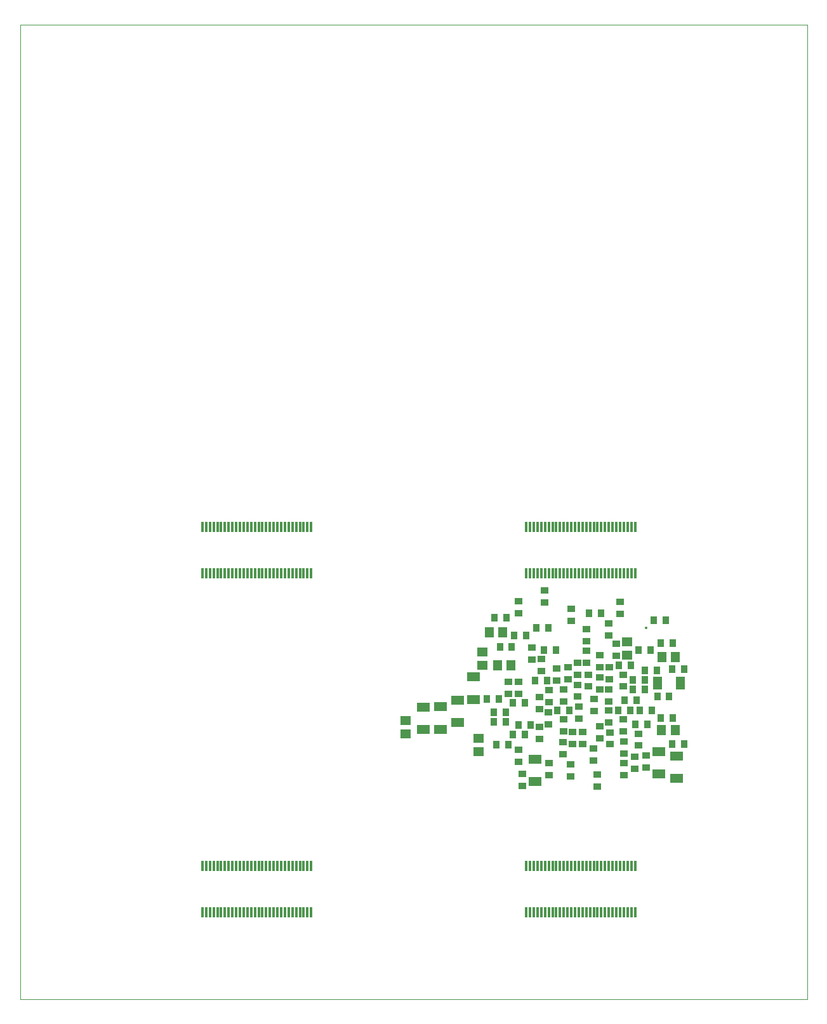
<source format=gbp>
G04 Layer_Color=128*
%FSLAX43Y43*%
%MOMM*%
G71*
G01*
G75*
%ADD10C,0.100*%
%ADD16R,1.000X0.950*%
%ADD17R,0.950X1.000*%
%ADD47C,0.300*%
%ADD63R,0.305X1.448*%
%ADD64R,1.150X1.450*%
%ADD65R,1.450X1.150*%
%ADD66R,1.800X1.150*%
%ADD67R,1.150X1.800*%
D10*
X95000Y-10000D02*
Y120000D01*
X-10000D02*
X95000D01*
X-10000Y-10000D02*
Y120000D01*
Y-10000D02*
X95000D01*
D16*
X73525Y22500D02*
D03*
Y20900D02*
D03*
X72525Y25425D02*
D03*
Y23825D02*
D03*
X69500Y35775D02*
D03*
Y37375D02*
D03*
X60000Y42950D02*
D03*
Y44550D02*
D03*
X70000Y43025D02*
D03*
Y41425D02*
D03*
X63500Y40500D02*
D03*
Y42100D02*
D03*
X68500Y38500D02*
D03*
Y40100D02*
D03*
X60525Y21500D02*
D03*
Y19900D02*
D03*
X57000Y20025D02*
D03*
Y18425D02*
D03*
X70525Y21500D02*
D03*
Y19900D02*
D03*
X67025Y19975D02*
D03*
Y18375D02*
D03*
X63475Y21350D02*
D03*
Y19750D02*
D03*
X66500Y23425D02*
D03*
Y21825D02*
D03*
X59550Y33750D02*
D03*
Y35350D02*
D03*
X58275Y35325D02*
D03*
Y36925D02*
D03*
X56475Y41500D02*
D03*
Y43100D02*
D03*
X65525Y37750D02*
D03*
Y39350D02*
D03*
X59300Y26300D02*
D03*
Y24700D02*
D03*
X59275Y28675D02*
D03*
Y30275D02*
D03*
X56500Y30700D02*
D03*
Y32300D02*
D03*
X56500Y23300D02*
D03*
Y21700D02*
D03*
X55175Y30700D02*
D03*
Y32300D02*
D03*
X67300Y31350D02*
D03*
Y32950D02*
D03*
X65800Y31700D02*
D03*
Y33300D02*
D03*
X70500Y31700D02*
D03*
Y33300D02*
D03*
X60525Y29600D02*
D03*
Y31200D02*
D03*
X66550Y28450D02*
D03*
Y30050D02*
D03*
X64375Y31950D02*
D03*
Y30350D02*
D03*
X62500Y29700D02*
D03*
Y31300D02*
D03*
X62425Y24275D02*
D03*
Y22675D02*
D03*
X68675Y25600D02*
D03*
Y24000D02*
D03*
X65050Y25675D02*
D03*
Y24075D02*
D03*
X68550Y26925D02*
D03*
Y28525D02*
D03*
X60475Y26700D02*
D03*
Y28300D02*
D03*
X70525Y24350D02*
D03*
Y22750D02*
D03*
X72000Y22300D02*
D03*
Y20700D02*
D03*
X64350Y33250D02*
D03*
Y34850D02*
D03*
X67300Y26375D02*
D03*
Y24775D02*
D03*
X70500Y27350D02*
D03*
Y25750D02*
D03*
X64575Y27425D02*
D03*
Y29025D02*
D03*
X63700Y25650D02*
D03*
Y24050D02*
D03*
X62500Y27300D02*
D03*
Y25700D02*
D03*
X65575Y34875D02*
D03*
Y36475D02*
D03*
X68500Y29700D02*
D03*
Y31300D02*
D03*
X68575Y32675D02*
D03*
Y34275D02*
D03*
X61575Y32500D02*
D03*
Y34100D02*
D03*
X63100Y32700D02*
D03*
Y34300D02*
D03*
X67350Y34250D02*
D03*
Y35850D02*
D03*
D17*
X77025Y24000D02*
D03*
X78625D02*
D03*
X73350Y33825D02*
D03*
X74950D02*
D03*
X75475Y27525D02*
D03*
X77075D02*
D03*
X72500Y36525D02*
D03*
X74100D02*
D03*
X75000Y30400D02*
D03*
X76600D02*
D03*
X60500Y39500D02*
D03*
X58900D02*
D03*
X57475Y38500D02*
D03*
X55875D02*
D03*
X67500Y41500D02*
D03*
X65900D02*
D03*
X71750Y32550D02*
D03*
X73350D02*
D03*
X74525Y40525D02*
D03*
X76125D02*
D03*
X75500Y37500D02*
D03*
X77100D02*
D03*
X76975Y34025D02*
D03*
X78575D02*
D03*
X54000Y37000D02*
D03*
X55600D02*
D03*
X54875Y40850D02*
D03*
X53275D02*
D03*
X61500Y36525D02*
D03*
X59900D02*
D03*
X57300Y29500D02*
D03*
X55700D02*
D03*
X56525Y26575D02*
D03*
X58125D02*
D03*
X57300Y25325D02*
D03*
X55700D02*
D03*
X55100Y23950D02*
D03*
X53500D02*
D03*
X54800Y27000D02*
D03*
X53200D02*
D03*
X54825Y28300D02*
D03*
X53225D02*
D03*
X53900Y30025D02*
D03*
X52300D02*
D03*
X70650Y29875D02*
D03*
X72250D02*
D03*
X69775Y28525D02*
D03*
X71375D02*
D03*
X72675Y28500D02*
D03*
X74275D02*
D03*
X63300Y28500D02*
D03*
X61700D02*
D03*
X71725Y31325D02*
D03*
X73325D02*
D03*
X72050Y26650D02*
D03*
X73650D02*
D03*
X60300Y32500D02*
D03*
X58700D02*
D03*
X69900Y34525D02*
D03*
X71500D02*
D03*
D47*
X73500Y39500D02*
X73500Y39500D01*
D63*
X15328Y1612D02*
D03*
Y7784D02*
D03*
X14328Y1612D02*
D03*
Y7784D02*
D03*
X14828Y1612D02*
D03*
Y7784D02*
D03*
X15828Y1612D02*
D03*
Y7784D02*
D03*
X16328Y1612D02*
D03*
Y7784D02*
D03*
X16828Y1612D02*
D03*
Y7784D02*
D03*
X17328Y1612D02*
D03*
Y7784D02*
D03*
X17828Y1612D02*
D03*
Y7784D02*
D03*
X18328Y1612D02*
D03*
Y7784D02*
D03*
X18828Y1612D02*
D03*
Y7784D02*
D03*
X19328Y1612D02*
D03*
Y7784D02*
D03*
X19828Y1612D02*
D03*
Y7784D02*
D03*
X20328Y1612D02*
D03*
Y7784D02*
D03*
X20828Y1612D02*
D03*
Y7784D02*
D03*
X21328Y1612D02*
D03*
Y7784D02*
D03*
X21828Y1612D02*
D03*
Y7784D02*
D03*
X22328D02*
D03*
X22828D02*
D03*
X23328Y1612D02*
D03*
Y7784D02*
D03*
X23828Y1612D02*
D03*
Y7784D02*
D03*
X24328Y1612D02*
D03*
Y7784D02*
D03*
X24828Y1612D02*
D03*
Y7784D02*
D03*
X25328Y1612D02*
D03*
Y7784D02*
D03*
X25828Y1612D02*
D03*
Y7784D02*
D03*
X26328Y1612D02*
D03*
Y7784D02*
D03*
X26828Y1612D02*
D03*
Y7784D02*
D03*
X27328D02*
D03*
X27828D02*
D03*
X28328D02*
D03*
X28828D02*
D03*
X27828Y1612D02*
D03*
X27328D02*
D03*
X22828D02*
D03*
X22328D02*
D03*
X28828D02*
D03*
X28328D02*
D03*
X58532Y46832D02*
D03*
Y53004D02*
D03*
X57532Y46832D02*
D03*
Y53004D02*
D03*
X58032Y46832D02*
D03*
Y53004D02*
D03*
X59032Y46832D02*
D03*
Y53004D02*
D03*
X59532Y46832D02*
D03*
Y53004D02*
D03*
X60032Y46832D02*
D03*
Y53004D02*
D03*
X60532Y46832D02*
D03*
Y53004D02*
D03*
X61032Y46832D02*
D03*
Y53004D02*
D03*
X61532Y46832D02*
D03*
Y53004D02*
D03*
X62032Y46832D02*
D03*
Y53004D02*
D03*
X62532Y46832D02*
D03*
Y53004D02*
D03*
X63032Y46832D02*
D03*
Y53004D02*
D03*
X63532Y46832D02*
D03*
Y53004D02*
D03*
X64032Y46832D02*
D03*
Y53004D02*
D03*
X64532Y46832D02*
D03*
Y53004D02*
D03*
X65032Y46832D02*
D03*
Y53004D02*
D03*
X65532D02*
D03*
X66032D02*
D03*
X66532Y46832D02*
D03*
Y53004D02*
D03*
X67032Y46832D02*
D03*
Y53004D02*
D03*
X67532Y46832D02*
D03*
Y53004D02*
D03*
X68032Y46832D02*
D03*
Y53004D02*
D03*
X68532Y46832D02*
D03*
Y53004D02*
D03*
X69032Y46832D02*
D03*
Y53004D02*
D03*
X69532Y46832D02*
D03*
Y53004D02*
D03*
X70032Y46832D02*
D03*
Y53004D02*
D03*
X70532D02*
D03*
X71032D02*
D03*
X71532D02*
D03*
X72032D02*
D03*
X71032Y46832D02*
D03*
X70532D02*
D03*
X66032D02*
D03*
X65532D02*
D03*
X72032D02*
D03*
X71532D02*
D03*
X15328D02*
D03*
Y53004D02*
D03*
X14328Y46832D02*
D03*
Y53004D02*
D03*
X14828Y46832D02*
D03*
Y53004D02*
D03*
X15828Y46832D02*
D03*
Y53004D02*
D03*
X16328Y46832D02*
D03*
Y53004D02*
D03*
X16828Y46832D02*
D03*
Y53004D02*
D03*
X17328Y46832D02*
D03*
Y53004D02*
D03*
X17828Y46832D02*
D03*
Y53004D02*
D03*
X18328Y46832D02*
D03*
Y53004D02*
D03*
X18828Y46832D02*
D03*
Y53004D02*
D03*
X19328Y46832D02*
D03*
Y53004D02*
D03*
X19828Y46832D02*
D03*
Y53004D02*
D03*
X20328Y46832D02*
D03*
Y53004D02*
D03*
X20828Y46832D02*
D03*
Y53004D02*
D03*
X21328Y46832D02*
D03*
Y53004D02*
D03*
X21828Y46832D02*
D03*
Y53004D02*
D03*
X22328D02*
D03*
X22828D02*
D03*
X23328Y46832D02*
D03*
Y53004D02*
D03*
X23828Y46832D02*
D03*
Y53004D02*
D03*
X24328Y46832D02*
D03*
Y53004D02*
D03*
X24828Y46832D02*
D03*
Y53004D02*
D03*
X25328Y46832D02*
D03*
Y53004D02*
D03*
X25828Y46832D02*
D03*
Y53004D02*
D03*
X26328Y46832D02*
D03*
Y53004D02*
D03*
X26828Y46832D02*
D03*
Y53004D02*
D03*
X27328D02*
D03*
X27828D02*
D03*
X28328D02*
D03*
X28828D02*
D03*
X27828Y46832D02*
D03*
X27328D02*
D03*
X22828D02*
D03*
X22328D02*
D03*
X28828D02*
D03*
X28328D02*
D03*
X58532Y1612D02*
D03*
Y7784D02*
D03*
X57532Y1612D02*
D03*
Y7784D02*
D03*
X58032Y1612D02*
D03*
Y7784D02*
D03*
X59032Y1612D02*
D03*
Y7784D02*
D03*
X59532Y1612D02*
D03*
Y7784D02*
D03*
X60032Y1612D02*
D03*
Y7784D02*
D03*
X60532Y1612D02*
D03*
Y7784D02*
D03*
X61032Y1612D02*
D03*
Y7784D02*
D03*
X61532Y1612D02*
D03*
Y7784D02*
D03*
X62032Y1612D02*
D03*
Y7784D02*
D03*
X62532Y1612D02*
D03*
Y7784D02*
D03*
X63032Y1612D02*
D03*
Y7784D02*
D03*
X63532Y1612D02*
D03*
Y7784D02*
D03*
X64032Y1612D02*
D03*
Y7784D02*
D03*
X64532Y1612D02*
D03*
Y7784D02*
D03*
X65032Y1612D02*
D03*
Y7784D02*
D03*
X65532D02*
D03*
X66032D02*
D03*
X66532Y1612D02*
D03*
Y7784D02*
D03*
X67032Y1612D02*
D03*
Y7784D02*
D03*
X67532Y1612D02*
D03*
Y7784D02*
D03*
X68032Y1612D02*
D03*
Y7784D02*
D03*
X68532Y1612D02*
D03*
Y7784D02*
D03*
X69032Y1612D02*
D03*
Y7784D02*
D03*
X69532Y1612D02*
D03*
Y7784D02*
D03*
X70032Y1612D02*
D03*
Y7784D02*
D03*
X70532D02*
D03*
X71032D02*
D03*
X71532D02*
D03*
X72032D02*
D03*
X71032Y1612D02*
D03*
X70532D02*
D03*
X66032D02*
D03*
X65532D02*
D03*
X72032D02*
D03*
X71532D02*
D03*
D64*
X77375Y25900D02*
D03*
X75575D02*
D03*
X53700Y34500D02*
D03*
X55500D02*
D03*
X52575Y38950D02*
D03*
X54375D02*
D03*
X77425Y35650D02*
D03*
X75625D02*
D03*
D65*
X51700Y34550D02*
D03*
Y36350D02*
D03*
X41450Y25375D02*
D03*
Y27175D02*
D03*
X51200Y23000D02*
D03*
Y24800D02*
D03*
X71000Y37675D02*
D03*
Y35875D02*
D03*
D66*
X77550Y22425D02*
D03*
Y19425D02*
D03*
X58725Y22000D02*
D03*
Y19000D02*
D03*
X50500Y33000D02*
D03*
Y30000D02*
D03*
X75225Y23050D02*
D03*
Y20050D02*
D03*
X48400Y29900D02*
D03*
Y26900D02*
D03*
X46100Y29000D02*
D03*
Y26000D02*
D03*
X43825Y28975D02*
D03*
Y25975D02*
D03*
D67*
X75075Y32150D02*
D03*
X78075D02*
D03*
M02*

</source>
